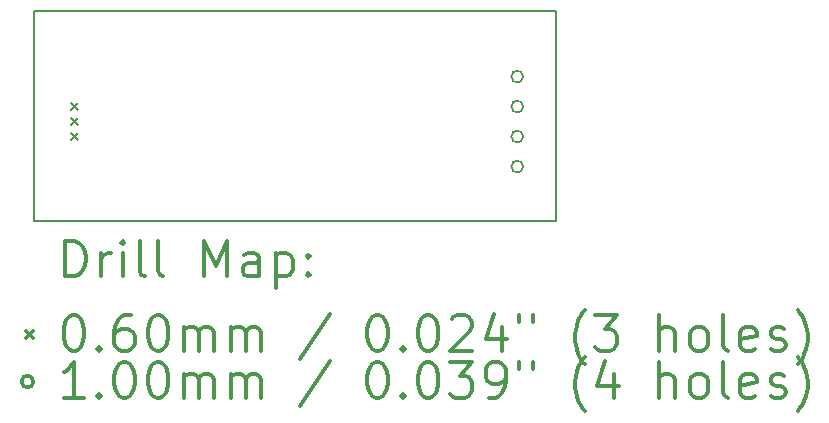
<source format=gbr>
%FSLAX45Y45*%
G04 Gerber Fmt 4.5, Leading zero omitted, Abs format (unit mm)*
G04 Created by KiCad (PCBNEW 4.0.1-stable) date Tuesday, March 29, 2016 'AMt' 12:53:55 AM*
%MOMM*%
G01*
G04 APERTURE LIST*
%ADD10C,0.127000*%
%ADD11C,0.150000*%
%ADD12C,0.200000*%
%ADD13C,0.300000*%
G04 APERTURE END LIST*
D10*
D11*
X16205200Y-9347200D02*
X16205200Y-9448800D01*
X11785600Y-9347200D02*
X16205200Y-9347200D01*
X11785600Y-11125200D02*
X11785600Y-9347200D01*
X16205200Y-11125200D02*
X11785600Y-11125200D01*
X16205200Y-9448800D02*
X16205200Y-11125200D01*
D12*
X12098500Y-10130000D02*
X12158500Y-10190000D01*
X12158500Y-10130000D02*
X12098500Y-10190000D01*
X12098500Y-10257000D02*
X12158500Y-10317000D01*
X12158500Y-10257000D02*
X12098500Y-10317000D01*
X12098500Y-10384000D02*
X12158500Y-10444000D01*
X12158500Y-10384000D02*
X12098500Y-10444000D01*
X15925000Y-9906000D02*
G75*
G03X15925000Y-9906000I-50000J0D01*
G01*
X15925000Y-10160000D02*
G75*
G03X15925000Y-10160000I-50000J0D01*
G01*
X15925000Y-10414000D02*
G75*
G03X15925000Y-10414000I-50000J0D01*
G01*
X15925000Y-10668000D02*
G75*
G03X15925000Y-10668000I-50000J0D01*
G01*
D13*
X12049528Y-11598414D02*
X12049528Y-11298414D01*
X12120957Y-11298414D01*
X12163814Y-11312700D01*
X12192386Y-11341271D01*
X12206671Y-11369843D01*
X12220957Y-11426986D01*
X12220957Y-11469843D01*
X12206671Y-11526986D01*
X12192386Y-11555557D01*
X12163814Y-11584129D01*
X12120957Y-11598414D01*
X12049528Y-11598414D01*
X12349528Y-11598414D02*
X12349528Y-11398414D01*
X12349528Y-11455557D02*
X12363814Y-11426986D01*
X12378100Y-11412700D01*
X12406671Y-11398414D01*
X12435243Y-11398414D01*
X12535243Y-11598414D02*
X12535243Y-11398414D01*
X12535243Y-11298414D02*
X12520957Y-11312700D01*
X12535243Y-11326986D01*
X12549528Y-11312700D01*
X12535243Y-11298414D01*
X12535243Y-11326986D01*
X12720957Y-11598414D02*
X12692386Y-11584129D01*
X12678100Y-11555557D01*
X12678100Y-11298414D01*
X12878100Y-11598414D02*
X12849528Y-11584129D01*
X12835243Y-11555557D01*
X12835243Y-11298414D01*
X13220957Y-11598414D02*
X13220957Y-11298414D01*
X13320957Y-11512700D01*
X13420957Y-11298414D01*
X13420957Y-11598414D01*
X13692386Y-11598414D02*
X13692386Y-11441271D01*
X13678100Y-11412700D01*
X13649528Y-11398414D01*
X13592386Y-11398414D01*
X13563814Y-11412700D01*
X13692386Y-11584129D02*
X13663814Y-11598414D01*
X13592386Y-11598414D01*
X13563814Y-11584129D01*
X13549528Y-11555557D01*
X13549528Y-11526986D01*
X13563814Y-11498414D01*
X13592386Y-11484129D01*
X13663814Y-11484129D01*
X13692386Y-11469843D01*
X13835243Y-11398414D02*
X13835243Y-11698414D01*
X13835243Y-11412700D02*
X13863814Y-11398414D01*
X13920957Y-11398414D01*
X13949528Y-11412700D01*
X13963814Y-11426986D01*
X13978100Y-11455557D01*
X13978100Y-11541271D01*
X13963814Y-11569843D01*
X13949528Y-11584129D01*
X13920957Y-11598414D01*
X13863814Y-11598414D01*
X13835243Y-11584129D01*
X14106671Y-11569843D02*
X14120957Y-11584129D01*
X14106671Y-11598414D01*
X14092386Y-11584129D01*
X14106671Y-11569843D01*
X14106671Y-11598414D01*
X14106671Y-11412700D02*
X14120957Y-11426986D01*
X14106671Y-11441271D01*
X14092386Y-11426986D01*
X14106671Y-11412700D01*
X14106671Y-11441271D01*
X11718100Y-12062700D02*
X11778100Y-12122700D01*
X11778100Y-12062700D02*
X11718100Y-12122700D01*
X12106671Y-11928414D02*
X12135243Y-11928414D01*
X12163814Y-11942700D01*
X12178100Y-11956986D01*
X12192386Y-11985557D01*
X12206671Y-12042700D01*
X12206671Y-12114129D01*
X12192386Y-12171271D01*
X12178100Y-12199843D01*
X12163814Y-12214129D01*
X12135243Y-12228414D01*
X12106671Y-12228414D01*
X12078100Y-12214129D01*
X12063814Y-12199843D01*
X12049528Y-12171271D01*
X12035243Y-12114129D01*
X12035243Y-12042700D01*
X12049528Y-11985557D01*
X12063814Y-11956986D01*
X12078100Y-11942700D01*
X12106671Y-11928414D01*
X12335243Y-12199843D02*
X12349528Y-12214129D01*
X12335243Y-12228414D01*
X12320957Y-12214129D01*
X12335243Y-12199843D01*
X12335243Y-12228414D01*
X12606671Y-11928414D02*
X12549528Y-11928414D01*
X12520957Y-11942700D01*
X12506671Y-11956986D01*
X12478100Y-11999843D01*
X12463814Y-12056986D01*
X12463814Y-12171271D01*
X12478100Y-12199843D01*
X12492386Y-12214129D01*
X12520957Y-12228414D01*
X12578100Y-12228414D01*
X12606671Y-12214129D01*
X12620957Y-12199843D01*
X12635243Y-12171271D01*
X12635243Y-12099843D01*
X12620957Y-12071271D01*
X12606671Y-12056986D01*
X12578100Y-12042700D01*
X12520957Y-12042700D01*
X12492386Y-12056986D01*
X12478100Y-12071271D01*
X12463814Y-12099843D01*
X12820957Y-11928414D02*
X12849528Y-11928414D01*
X12878100Y-11942700D01*
X12892386Y-11956986D01*
X12906671Y-11985557D01*
X12920957Y-12042700D01*
X12920957Y-12114129D01*
X12906671Y-12171271D01*
X12892386Y-12199843D01*
X12878100Y-12214129D01*
X12849528Y-12228414D01*
X12820957Y-12228414D01*
X12792386Y-12214129D01*
X12778100Y-12199843D01*
X12763814Y-12171271D01*
X12749528Y-12114129D01*
X12749528Y-12042700D01*
X12763814Y-11985557D01*
X12778100Y-11956986D01*
X12792386Y-11942700D01*
X12820957Y-11928414D01*
X13049528Y-12228414D02*
X13049528Y-12028414D01*
X13049528Y-12056986D02*
X13063814Y-12042700D01*
X13092386Y-12028414D01*
X13135243Y-12028414D01*
X13163814Y-12042700D01*
X13178100Y-12071271D01*
X13178100Y-12228414D01*
X13178100Y-12071271D02*
X13192386Y-12042700D01*
X13220957Y-12028414D01*
X13263814Y-12028414D01*
X13292386Y-12042700D01*
X13306671Y-12071271D01*
X13306671Y-12228414D01*
X13449528Y-12228414D02*
X13449528Y-12028414D01*
X13449528Y-12056986D02*
X13463814Y-12042700D01*
X13492386Y-12028414D01*
X13535243Y-12028414D01*
X13563814Y-12042700D01*
X13578100Y-12071271D01*
X13578100Y-12228414D01*
X13578100Y-12071271D02*
X13592386Y-12042700D01*
X13620957Y-12028414D01*
X13663814Y-12028414D01*
X13692386Y-12042700D01*
X13706671Y-12071271D01*
X13706671Y-12228414D01*
X14292386Y-11914129D02*
X14035243Y-12299843D01*
X14678100Y-11928414D02*
X14706671Y-11928414D01*
X14735243Y-11942700D01*
X14749528Y-11956986D01*
X14763814Y-11985557D01*
X14778100Y-12042700D01*
X14778100Y-12114129D01*
X14763814Y-12171271D01*
X14749528Y-12199843D01*
X14735243Y-12214129D01*
X14706671Y-12228414D01*
X14678100Y-12228414D01*
X14649528Y-12214129D01*
X14635243Y-12199843D01*
X14620957Y-12171271D01*
X14606671Y-12114129D01*
X14606671Y-12042700D01*
X14620957Y-11985557D01*
X14635243Y-11956986D01*
X14649528Y-11942700D01*
X14678100Y-11928414D01*
X14906671Y-12199843D02*
X14920957Y-12214129D01*
X14906671Y-12228414D01*
X14892386Y-12214129D01*
X14906671Y-12199843D01*
X14906671Y-12228414D01*
X15106671Y-11928414D02*
X15135243Y-11928414D01*
X15163814Y-11942700D01*
X15178100Y-11956986D01*
X15192385Y-11985557D01*
X15206671Y-12042700D01*
X15206671Y-12114129D01*
X15192385Y-12171271D01*
X15178100Y-12199843D01*
X15163814Y-12214129D01*
X15135243Y-12228414D01*
X15106671Y-12228414D01*
X15078100Y-12214129D01*
X15063814Y-12199843D01*
X15049528Y-12171271D01*
X15035243Y-12114129D01*
X15035243Y-12042700D01*
X15049528Y-11985557D01*
X15063814Y-11956986D01*
X15078100Y-11942700D01*
X15106671Y-11928414D01*
X15320957Y-11956986D02*
X15335243Y-11942700D01*
X15363814Y-11928414D01*
X15435243Y-11928414D01*
X15463814Y-11942700D01*
X15478100Y-11956986D01*
X15492385Y-11985557D01*
X15492385Y-12014129D01*
X15478100Y-12056986D01*
X15306671Y-12228414D01*
X15492385Y-12228414D01*
X15749528Y-12028414D02*
X15749528Y-12228414D01*
X15678100Y-11914129D02*
X15606671Y-12128414D01*
X15792385Y-12128414D01*
X15892386Y-11928414D02*
X15892386Y-11985557D01*
X16006671Y-11928414D02*
X16006671Y-11985557D01*
X16449528Y-12342700D02*
X16435243Y-12328414D01*
X16406671Y-12285557D01*
X16392385Y-12256986D01*
X16378100Y-12214129D01*
X16363814Y-12142700D01*
X16363814Y-12085557D01*
X16378100Y-12014129D01*
X16392385Y-11971271D01*
X16406671Y-11942700D01*
X16435243Y-11899843D01*
X16449528Y-11885557D01*
X16535243Y-11928414D02*
X16720957Y-11928414D01*
X16620957Y-12042700D01*
X16663814Y-12042700D01*
X16692385Y-12056986D01*
X16706671Y-12071271D01*
X16720957Y-12099843D01*
X16720957Y-12171271D01*
X16706671Y-12199843D01*
X16692385Y-12214129D01*
X16663814Y-12228414D01*
X16578100Y-12228414D01*
X16549528Y-12214129D01*
X16535243Y-12199843D01*
X17078100Y-12228414D02*
X17078100Y-11928414D01*
X17206671Y-12228414D02*
X17206671Y-12071271D01*
X17192386Y-12042700D01*
X17163814Y-12028414D01*
X17120957Y-12028414D01*
X17092386Y-12042700D01*
X17078100Y-12056986D01*
X17392386Y-12228414D02*
X17363814Y-12214129D01*
X17349528Y-12199843D01*
X17335243Y-12171271D01*
X17335243Y-12085557D01*
X17349528Y-12056986D01*
X17363814Y-12042700D01*
X17392386Y-12028414D01*
X17435243Y-12028414D01*
X17463814Y-12042700D01*
X17478100Y-12056986D01*
X17492386Y-12085557D01*
X17492386Y-12171271D01*
X17478100Y-12199843D01*
X17463814Y-12214129D01*
X17435243Y-12228414D01*
X17392386Y-12228414D01*
X17663814Y-12228414D02*
X17635243Y-12214129D01*
X17620957Y-12185557D01*
X17620957Y-11928414D01*
X17892386Y-12214129D02*
X17863814Y-12228414D01*
X17806671Y-12228414D01*
X17778100Y-12214129D01*
X17763814Y-12185557D01*
X17763814Y-12071271D01*
X17778100Y-12042700D01*
X17806671Y-12028414D01*
X17863814Y-12028414D01*
X17892386Y-12042700D01*
X17906671Y-12071271D01*
X17906671Y-12099843D01*
X17763814Y-12128414D01*
X18020957Y-12214129D02*
X18049529Y-12228414D01*
X18106671Y-12228414D01*
X18135243Y-12214129D01*
X18149529Y-12185557D01*
X18149529Y-12171271D01*
X18135243Y-12142700D01*
X18106671Y-12128414D01*
X18063814Y-12128414D01*
X18035243Y-12114129D01*
X18020957Y-12085557D01*
X18020957Y-12071271D01*
X18035243Y-12042700D01*
X18063814Y-12028414D01*
X18106671Y-12028414D01*
X18135243Y-12042700D01*
X18249528Y-12342700D02*
X18263814Y-12328414D01*
X18292386Y-12285557D01*
X18306671Y-12256986D01*
X18320957Y-12214129D01*
X18335243Y-12142700D01*
X18335243Y-12085557D01*
X18320957Y-12014129D01*
X18306671Y-11971271D01*
X18292386Y-11942700D01*
X18263814Y-11899843D01*
X18249528Y-11885557D01*
X11778100Y-12488700D02*
G75*
G03X11778100Y-12488700I-50000J0D01*
G01*
X12206671Y-12624414D02*
X12035243Y-12624414D01*
X12120957Y-12624414D02*
X12120957Y-12324414D01*
X12092386Y-12367271D01*
X12063814Y-12395843D01*
X12035243Y-12410129D01*
X12335243Y-12595843D02*
X12349528Y-12610129D01*
X12335243Y-12624414D01*
X12320957Y-12610129D01*
X12335243Y-12595843D01*
X12335243Y-12624414D01*
X12535243Y-12324414D02*
X12563814Y-12324414D01*
X12592386Y-12338700D01*
X12606671Y-12352986D01*
X12620957Y-12381557D01*
X12635243Y-12438700D01*
X12635243Y-12510129D01*
X12620957Y-12567271D01*
X12606671Y-12595843D01*
X12592386Y-12610129D01*
X12563814Y-12624414D01*
X12535243Y-12624414D01*
X12506671Y-12610129D01*
X12492386Y-12595843D01*
X12478100Y-12567271D01*
X12463814Y-12510129D01*
X12463814Y-12438700D01*
X12478100Y-12381557D01*
X12492386Y-12352986D01*
X12506671Y-12338700D01*
X12535243Y-12324414D01*
X12820957Y-12324414D02*
X12849528Y-12324414D01*
X12878100Y-12338700D01*
X12892386Y-12352986D01*
X12906671Y-12381557D01*
X12920957Y-12438700D01*
X12920957Y-12510129D01*
X12906671Y-12567271D01*
X12892386Y-12595843D01*
X12878100Y-12610129D01*
X12849528Y-12624414D01*
X12820957Y-12624414D01*
X12792386Y-12610129D01*
X12778100Y-12595843D01*
X12763814Y-12567271D01*
X12749528Y-12510129D01*
X12749528Y-12438700D01*
X12763814Y-12381557D01*
X12778100Y-12352986D01*
X12792386Y-12338700D01*
X12820957Y-12324414D01*
X13049528Y-12624414D02*
X13049528Y-12424414D01*
X13049528Y-12452986D02*
X13063814Y-12438700D01*
X13092386Y-12424414D01*
X13135243Y-12424414D01*
X13163814Y-12438700D01*
X13178100Y-12467271D01*
X13178100Y-12624414D01*
X13178100Y-12467271D02*
X13192386Y-12438700D01*
X13220957Y-12424414D01*
X13263814Y-12424414D01*
X13292386Y-12438700D01*
X13306671Y-12467271D01*
X13306671Y-12624414D01*
X13449528Y-12624414D02*
X13449528Y-12424414D01*
X13449528Y-12452986D02*
X13463814Y-12438700D01*
X13492386Y-12424414D01*
X13535243Y-12424414D01*
X13563814Y-12438700D01*
X13578100Y-12467271D01*
X13578100Y-12624414D01*
X13578100Y-12467271D02*
X13592386Y-12438700D01*
X13620957Y-12424414D01*
X13663814Y-12424414D01*
X13692386Y-12438700D01*
X13706671Y-12467271D01*
X13706671Y-12624414D01*
X14292386Y-12310129D02*
X14035243Y-12695843D01*
X14678100Y-12324414D02*
X14706671Y-12324414D01*
X14735243Y-12338700D01*
X14749528Y-12352986D01*
X14763814Y-12381557D01*
X14778100Y-12438700D01*
X14778100Y-12510129D01*
X14763814Y-12567271D01*
X14749528Y-12595843D01*
X14735243Y-12610129D01*
X14706671Y-12624414D01*
X14678100Y-12624414D01*
X14649528Y-12610129D01*
X14635243Y-12595843D01*
X14620957Y-12567271D01*
X14606671Y-12510129D01*
X14606671Y-12438700D01*
X14620957Y-12381557D01*
X14635243Y-12352986D01*
X14649528Y-12338700D01*
X14678100Y-12324414D01*
X14906671Y-12595843D02*
X14920957Y-12610129D01*
X14906671Y-12624414D01*
X14892386Y-12610129D01*
X14906671Y-12595843D01*
X14906671Y-12624414D01*
X15106671Y-12324414D02*
X15135243Y-12324414D01*
X15163814Y-12338700D01*
X15178100Y-12352986D01*
X15192385Y-12381557D01*
X15206671Y-12438700D01*
X15206671Y-12510129D01*
X15192385Y-12567271D01*
X15178100Y-12595843D01*
X15163814Y-12610129D01*
X15135243Y-12624414D01*
X15106671Y-12624414D01*
X15078100Y-12610129D01*
X15063814Y-12595843D01*
X15049528Y-12567271D01*
X15035243Y-12510129D01*
X15035243Y-12438700D01*
X15049528Y-12381557D01*
X15063814Y-12352986D01*
X15078100Y-12338700D01*
X15106671Y-12324414D01*
X15306671Y-12324414D02*
X15492385Y-12324414D01*
X15392385Y-12438700D01*
X15435243Y-12438700D01*
X15463814Y-12452986D01*
X15478100Y-12467271D01*
X15492385Y-12495843D01*
X15492385Y-12567271D01*
X15478100Y-12595843D01*
X15463814Y-12610129D01*
X15435243Y-12624414D01*
X15349528Y-12624414D01*
X15320957Y-12610129D01*
X15306671Y-12595843D01*
X15635243Y-12624414D02*
X15692385Y-12624414D01*
X15720957Y-12610129D01*
X15735243Y-12595843D01*
X15763814Y-12552986D01*
X15778100Y-12495843D01*
X15778100Y-12381557D01*
X15763814Y-12352986D01*
X15749528Y-12338700D01*
X15720957Y-12324414D01*
X15663814Y-12324414D01*
X15635243Y-12338700D01*
X15620957Y-12352986D01*
X15606671Y-12381557D01*
X15606671Y-12452986D01*
X15620957Y-12481557D01*
X15635243Y-12495843D01*
X15663814Y-12510129D01*
X15720957Y-12510129D01*
X15749528Y-12495843D01*
X15763814Y-12481557D01*
X15778100Y-12452986D01*
X15892386Y-12324414D02*
X15892386Y-12381557D01*
X16006671Y-12324414D02*
X16006671Y-12381557D01*
X16449528Y-12738700D02*
X16435243Y-12724414D01*
X16406671Y-12681557D01*
X16392385Y-12652986D01*
X16378100Y-12610129D01*
X16363814Y-12538700D01*
X16363814Y-12481557D01*
X16378100Y-12410129D01*
X16392385Y-12367271D01*
X16406671Y-12338700D01*
X16435243Y-12295843D01*
X16449528Y-12281557D01*
X16692385Y-12424414D02*
X16692385Y-12624414D01*
X16620957Y-12310129D02*
X16549528Y-12524414D01*
X16735243Y-12524414D01*
X17078100Y-12624414D02*
X17078100Y-12324414D01*
X17206671Y-12624414D02*
X17206671Y-12467271D01*
X17192386Y-12438700D01*
X17163814Y-12424414D01*
X17120957Y-12424414D01*
X17092386Y-12438700D01*
X17078100Y-12452986D01*
X17392386Y-12624414D02*
X17363814Y-12610129D01*
X17349528Y-12595843D01*
X17335243Y-12567271D01*
X17335243Y-12481557D01*
X17349528Y-12452986D01*
X17363814Y-12438700D01*
X17392386Y-12424414D01*
X17435243Y-12424414D01*
X17463814Y-12438700D01*
X17478100Y-12452986D01*
X17492386Y-12481557D01*
X17492386Y-12567271D01*
X17478100Y-12595843D01*
X17463814Y-12610129D01*
X17435243Y-12624414D01*
X17392386Y-12624414D01*
X17663814Y-12624414D02*
X17635243Y-12610129D01*
X17620957Y-12581557D01*
X17620957Y-12324414D01*
X17892386Y-12610129D02*
X17863814Y-12624414D01*
X17806671Y-12624414D01*
X17778100Y-12610129D01*
X17763814Y-12581557D01*
X17763814Y-12467271D01*
X17778100Y-12438700D01*
X17806671Y-12424414D01*
X17863814Y-12424414D01*
X17892386Y-12438700D01*
X17906671Y-12467271D01*
X17906671Y-12495843D01*
X17763814Y-12524414D01*
X18020957Y-12610129D02*
X18049529Y-12624414D01*
X18106671Y-12624414D01*
X18135243Y-12610129D01*
X18149529Y-12581557D01*
X18149529Y-12567271D01*
X18135243Y-12538700D01*
X18106671Y-12524414D01*
X18063814Y-12524414D01*
X18035243Y-12510129D01*
X18020957Y-12481557D01*
X18020957Y-12467271D01*
X18035243Y-12438700D01*
X18063814Y-12424414D01*
X18106671Y-12424414D01*
X18135243Y-12438700D01*
X18249528Y-12738700D02*
X18263814Y-12724414D01*
X18292386Y-12681557D01*
X18306671Y-12652986D01*
X18320957Y-12610129D01*
X18335243Y-12538700D01*
X18335243Y-12481557D01*
X18320957Y-12410129D01*
X18306671Y-12367271D01*
X18292386Y-12338700D01*
X18263814Y-12295843D01*
X18249528Y-12281557D01*
M02*

</source>
